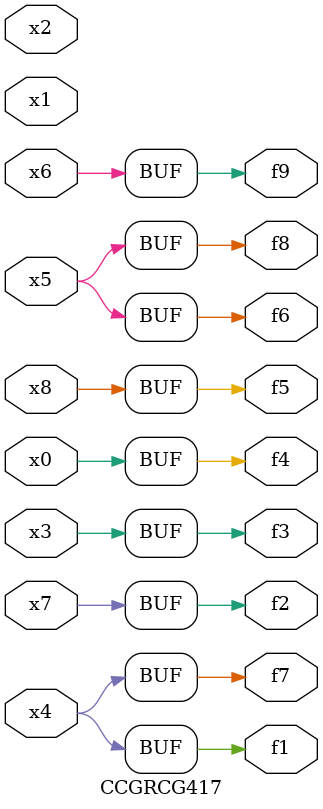
<source format=v>
module CCGRCG417(
	input x0, x1, x2, x3, x4, x5, x6, x7, x8,
	output f1, f2, f3, f4, f5, f6, f7, f8, f9
);
	assign f1 = x4;
	assign f2 = x7;
	assign f3 = x3;
	assign f4 = x0;
	assign f5 = x8;
	assign f6 = x5;
	assign f7 = x4;
	assign f8 = x5;
	assign f9 = x6;
endmodule

</source>
